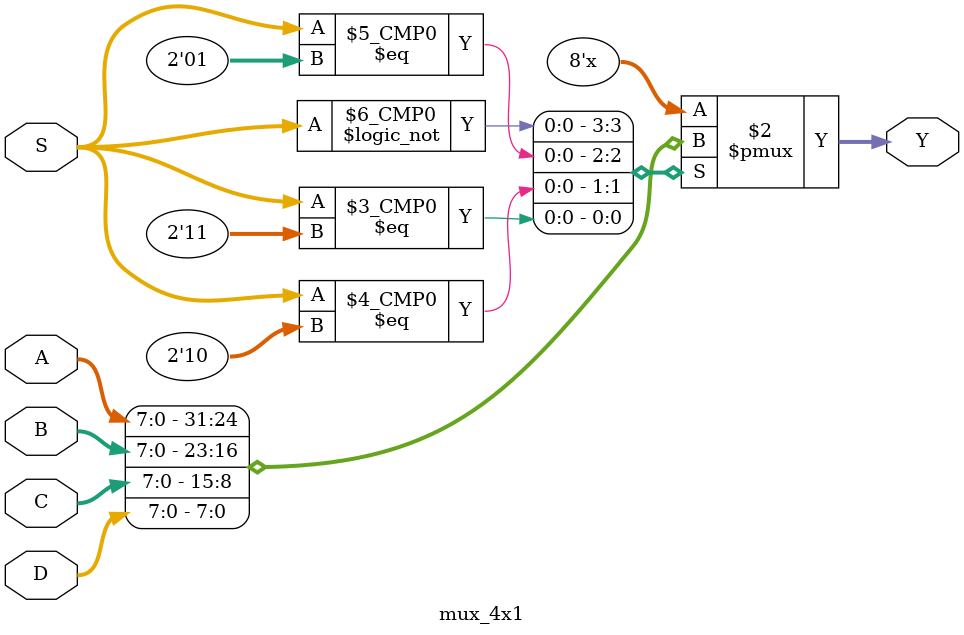
<source format=v>
module mux_4x1 (output reg[7:0] Y, input [1:0]S, input[7:0] A,B,C,D);
	
	//Test for selection bit
	always @ (S,A,B,C,D)

	case(S)
		2'b00:	Y=A;
		2'b01:	Y=B;
		2'b10:	Y=C;
		2'b11:	Y=D;
	endcase // S

endmodule // mux_4x1
</source>
